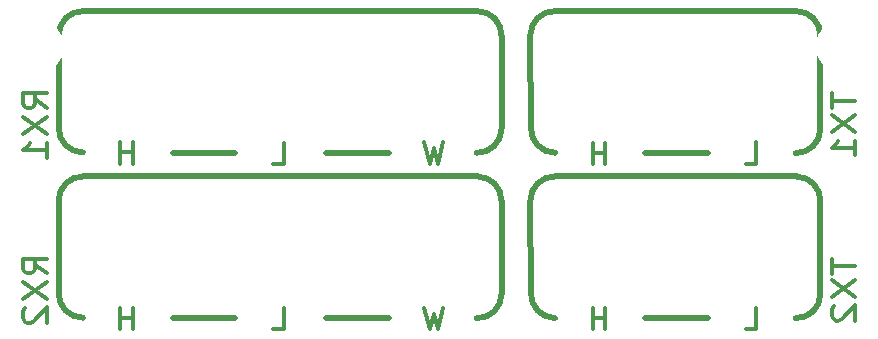
<source format=gbo>
G04 #@! TF.GenerationSoftware,KiCad,Pcbnew,(2017-06-07 revision 51bed4bae)-makepkg*
G04 #@! TF.CreationDate,2017-06-10T14:48:25+02:00*
G04 #@! TF.ProjectId,Front_Panel_76x35,46726F6E745F50616E656C5F37367833,rev?*
G04 #@! TF.FileFunction,Legend,Bot*
G04 #@! TF.FilePolarity,Positive*
%FSLAX46Y46*%
G04 Gerber Fmt 4.6, Leading zero omitted, Abs format (unit mm)*
G04 Created by KiCad (PCBNEW (2017-06-07 revision 51bed4bae)-makepkg) date 06/10/17 14:48:25*
%MOMM*%
%LPD*%
G01*
G04 APERTURE LIST*
%ADD10C,0.150000*%
%ADD11C,0.300000*%
%ADD12C,0.500000*%
%ADD13C,0.350000*%
%ADD14C,0.800000*%
%ADD15C,0.400000*%
%ADD16C,3.000000*%
%ADD17C,0.700000*%
%ADD18C,1.350000*%
%ADD19C,0.010000*%
G04 APERTURE END LIST*
D10*
D11*
X63892857Y-13944285D02*
X64750000Y-13944285D01*
X64750000Y-12144285D01*
D12*
X60650000Y-13030000D02*
X55350000Y-13030000D01*
D11*
X51964285Y-13959175D02*
X51964285Y-12159175D01*
X51964285Y-13016318D02*
X50935714Y-13016318D01*
X50935714Y-13959175D02*
X50935714Y-12159175D01*
D12*
X47740000Y-13020000D02*
G75*
G02X45690000Y-10919390I0J2050610D01*
G01*
X45640000Y-3120000D02*
X45690000Y-10919390D01*
X45639390Y-3080000D02*
G75*
G02X47740000Y-1030000I2050610J0D01*
G01*
X68250000Y-1030000D02*
X47750000Y-1030000D01*
X68150000Y-1030000D02*
G75*
G02X70200000Y-3130610I0J-2050610D01*
G01*
X70200000Y-11000000D02*
X70200000Y-3130610D01*
X70200000Y-11000000D02*
G75*
G02X68099390Y-13050000I-2050610J0D01*
G01*
D13*
X71154761Y-8006190D02*
X71154761Y-9263333D01*
X73154761Y-8634761D02*
X71154761Y-8634761D01*
X71154761Y-9787142D02*
X73154761Y-11253809D01*
X71154761Y-11253809D02*
X73154761Y-9787142D01*
X73154761Y-13244285D02*
X73154761Y-11987142D01*
X73154761Y-12615714D02*
X71154761Y-12615714D01*
X71440476Y-12406190D01*
X71630952Y-12196666D01*
X71726190Y-11987142D01*
D12*
X45639390Y-17080000D02*
G75*
G02X47740000Y-15030000I2050610J0D01*
G01*
X45640000Y-17120000D02*
X45690000Y-24919390D01*
X47740000Y-27020000D02*
G75*
G02X45690000Y-24919390I0J2050610D01*
G01*
X41150000Y-1030000D02*
G75*
G02X43200000Y-3130610I0J-2050610D01*
G01*
X43200000Y-10950000D02*
X43200000Y-3130610D01*
X43200000Y-10980000D02*
G75*
G02X41099390Y-13030000I-2050610J0D01*
G01*
D11*
X38221428Y-12144285D02*
X37792857Y-13944285D01*
X37450000Y-12658571D01*
X37107142Y-13944285D01*
X36678571Y-12144285D01*
D12*
X33650000Y-13030000D02*
X28350000Y-13030000D01*
D11*
X23892857Y-13959175D02*
X24750000Y-13959175D01*
X24750000Y-12159175D01*
D12*
X20650000Y-13030000D02*
X15350000Y-13030000D01*
D11*
X11964285Y-13944285D02*
X11964285Y-12144285D01*
X11964285Y-13001428D02*
X10935714Y-13001428D01*
X10935714Y-13944285D02*
X10935714Y-12144285D01*
D12*
X7756034Y-12994890D02*
G75*
G02X5706034Y-10894280I0J2050610D01*
G01*
X41250000Y-1030000D02*
X7800000Y-1030000D01*
X5699390Y-3080000D02*
G75*
G02X7800000Y-1030000I2050610J0D01*
G01*
X5706034Y-10894890D02*
X5706034Y-3044890D01*
D13*
X4684761Y-9245714D02*
X3732380Y-8512380D01*
X4684761Y-7988571D02*
X2684761Y-7988571D01*
X2684761Y-8826666D01*
X2780000Y-9036190D01*
X2875238Y-9140952D01*
X3065714Y-9245714D01*
X3351428Y-9245714D01*
X3541904Y-9140952D01*
X3637142Y-9036190D01*
X3732380Y-8826666D01*
X3732380Y-7988571D01*
X2684761Y-9979047D02*
X4684761Y-11445714D01*
X2684761Y-11445714D02*
X4684761Y-9979047D01*
X4684761Y-13436190D02*
X4684761Y-12179047D01*
X4684761Y-12807619D02*
X2684761Y-12807619D01*
X2970476Y-12598095D01*
X3160952Y-12388571D01*
X3256190Y-12179047D01*
D11*
X51964285Y-27959175D02*
X51964285Y-26159175D01*
X51964285Y-27016318D02*
X50935714Y-27016318D01*
X50935714Y-27959175D02*
X50935714Y-26159175D01*
X63892857Y-27944285D02*
X64750000Y-27944285D01*
X64750000Y-26144285D01*
D12*
X60650000Y-27030000D02*
X55350000Y-27030000D01*
X68250000Y-15030000D02*
X47750000Y-15030000D01*
X68150000Y-15030000D02*
G75*
G02X70200000Y-17130610I0J-2050610D01*
G01*
X70200000Y-25000000D02*
X70200000Y-17130610D01*
X70200000Y-24980000D02*
G75*
G02X68099390Y-27030000I-2050610J0D01*
G01*
D13*
X71154761Y-22006190D02*
X71154761Y-23263333D01*
X73154761Y-22634761D02*
X71154761Y-22634761D01*
X71154761Y-23787142D02*
X73154761Y-25253809D01*
X71154761Y-25253809D02*
X73154761Y-23787142D01*
X71345238Y-25987142D02*
X71250000Y-26091904D01*
X71154761Y-26301428D01*
X71154761Y-26825238D01*
X71250000Y-27034761D01*
X71345238Y-27139523D01*
X71535714Y-27244285D01*
X71726190Y-27244285D01*
X72011904Y-27139523D01*
X73154761Y-25882380D01*
X73154761Y-27244285D01*
D12*
X20650000Y-27030000D02*
X15350000Y-27030000D01*
D13*
X4684761Y-23245714D02*
X3732380Y-22512380D01*
X4684761Y-21988571D02*
X2684761Y-21988571D01*
X2684761Y-22826666D01*
X2780000Y-23036190D01*
X2875238Y-23140952D01*
X3065714Y-23245714D01*
X3351428Y-23245714D01*
X3541904Y-23140952D01*
X3637142Y-23036190D01*
X3732380Y-22826666D01*
X3732380Y-21988571D01*
X2684761Y-23979047D02*
X4684761Y-25445714D01*
X2684761Y-25445714D02*
X4684761Y-23979047D01*
X2875238Y-26179047D02*
X2780000Y-26283809D01*
X2684761Y-26493333D01*
X2684761Y-27017142D01*
X2780000Y-27226666D01*
X2875238Y-27331428D01*
X3065714Y-27436190D01*
X3256190Y-27436190D01*
X3541904Y-27331428D01*
X4684761Y-26074285D01*
X4684761Y-27436190D01*
D12*
X43200000Y-25000000D02*
X43200000Y-17130610D01*
X43200000Y-24980000D02*
G75*
G02X41099390Y-27030000I-2050610J0D01*
G01*
X41150000Y-15030000D02*
G75*
G02X43200000Y-17130610I0J-2050610D01*
G01*
X33650000Y-27030000D02*
X28350000Y-27030000D01*
X5706034Y-24894890D02*
X5706034Y-17044890D01*
X7756034Y-26994890D02*
G75*
G02X5706034Y-24894280I0J2050610D01*
G01*
X5699390Y-17080000D02*
G75*
G02X7800000Y-15030000I2050610J0D01*
G01*
X41250000Y-15030000D02*
X7800000Y-15030000D01*
D11*
X11964285Y-27944285D02*
X11964285Y-26144285D01*
X11964285Y-27001428D02*
X10935714Y-27001428D01*
X10935714Y-27944285D02*
X10935714Y-26144285D01*
X23892857Y-27959175D02*
X24750000Y-27959175D01*
X24750000Y-26159175D01*
X38221428Y-26144285D02*
X37792857Y-27944285D01*
X37450000Y-26658571D01*
X37107142Y-27944285D01*
X36678571Y-26144285D01*
%LPC*%
D14*
X73780000Y-4020000D02*
G75*
G03X73780000Y-4020000I-1800000J0D01*
G01*
X73760000Y-31100000D02*
G75*
G03X73760000Y-31100000I-1800000J0D01*
G01*
X5770000Y-31070000D02*
G75*
G03X5770000Y-31070000I-1800000J0D01*
G01*
X5780000Y-4030000D02*
G75*
G03X5780000Y-4030000I-1800000J0D01*
G01*
D15*
X23700000Y-32951428D02*
X24985714Y-32951428D01*
X24985714Y-30251428D01*
X22800000Y-32951428D02*
X22800000Y-31151428D01*
X22800000Y-30251428D02*
X22928571Y-30380000D01*
X22800000Y-30508571D01*
X22671428Y-30380000D01*
X22800000Y-30251428D01*
X22800000Y-30508571D01*
X21514285Y-32951428D02*
X21514285Y-31151428D01*
X21514285Y-31408571D02*
X21385714Y-31280000D01*
X21128571Y-31151428D01*
X20742857Y-31151428D01*
X20485714Y-31280000D01*
X20357142Y-31537142D01*
X20357142Y-32951428D01*
X20357142Y-31537142D02*
X20228571Y-31280000D01*
X19971428Y-31151428D01*
X19585714Y-31151428D01*
X19328571Y-31280000D01*
X19200000Y-31537142D01*
X19200000Y-32951428D01*
X16885714Y-32822857D02*
X17142857Y-32951428D01*
X17657142Y-32951428D01*
X17914285Y-32822857D01*
X18042857Y-32565714D01*
X18042857Y-31537142D01*
X17914285Y-31280000D01*
X17657142Y-31151428D01*
X17142857Y-31151428D01*
X16885714Y-31280000D01*
X16757142Y-31537142D01*
X16757142Y-31794285D01*
X18042857Y-32051428D01*
X15728571Y-32822857D02*
X15342857Y-32951428D01*
X14700000Y-32951428D01*
X14442857Y-32822857D01*
X14314285Y-32694285D01*
X14185714Y-32437142D01*
X14185714Y-32180000D01*
X14314285Y-31922857D01*
X14442857Y-31794285D01*
X14700000Y-31665714D01*
X15214285Y-31537142D01*
X15471428Y-31408571D01*
X15600000Y-31280000D01*
X15728571Y-31022857D01*
X15728571Y-30765714D01*
X15600000Y-30508571D01*
X15471428Y-30380000D01*
X15214285Y-30251428D01*
X14571428Y-30251428D01*
X14185714Y-30380000D01*
X13028571Y-32951428D02*
X13028571Y-30251428D01*
X12385714Y-30251428D01*
X12000000Y-30380000D01*
X11742857Y-30637142D01*
X11614285Y-30894285D01*
X11485714Y-31408571D01*
X11485714Y-31794285D01*
X11614285Y-32308571D01*
X11742857Y-32565714D01*
X12000000Y-32822857D01*
X12385714Y-32951428D01*
X13028571Y-32951428D01*
X8785714Y-32951428D02*
X9685714Y-31665714D01*
X10328571Y-32951428D02*
X10328571Y-30251428D01*
X9300000Y-30251428D01*
X9042857Y-30380000D01*
X8914285Y-30508571D01*
X8785714Y-30765714D01*
X8785714Y-31151428D01*
X8914285Y-31408571D01*
X9042857Y-31537142D01*
X9300000Y-31665714D01*
X10328571Y-31665714D01*
D16*
X67110000Y-20830000D02*
G75*
G03X67110000Y-20830000I-2660000J0D01*
G01*
D17*
X67380000Y-18990000D02*
X67380000Y-22680000D01*
D18*
X68280000Y-20830000D02*
G75*
G03X68280000Y-20830000I-3830000J0D01*
G01*
D16*
X54110000Y-20830000D02*
G75*
G03X54110000Y-20830000I-2660000J0D01*
G01*
D17*
X54380000Y-18990000D02*
X54380000Y-22680000D01*
D18*
X55280000Y-20830000D02*
G75*
G03X55280000Y-20830000I-3830000J0D01*
G01*
D16*
X67110000Y-6830000D02*
G75*
G03X67110000Y-6830000I-2660000J0D01*
G01*
D17*
X67380000Y-4990000D02*
X67380000Y-8680000D01*
D18*
X68280000Y-6830000D02*
G75*
G03X68280000Y-6830000I-3830000J0D01*
G01*
D16*
X54110000Y-6830000D02*
G75*
G03X54110000Y-6830000I-2660000J0D01*
G01*
D17*
X54380000Y-4990000D02*
X54380000Y-8680000D01*
D18*
X55280000Y-6830000D02*
G75*
G03X55280000Y-6830000I-3830000J0D01*
G01*
D16*
X40110000Y-20830000D02*
G75*
G03X40110000Y-20830000I-2660000J0D01*
G01*
D17*
X40380000Y-18990000D02*
X40380000Y-22680000D01*
D18*
X41280000Y-20830000D02*
G75*
G03X41280000Y-20830000I-3830000J0D01*
G01*
D16*
X27110000Y-20830000D02*
G75*
G03X27110000Y-20830000I-2660000J0D01*
G01*
D17*
X27380000Y-18990000D02*
X27380000Y-22680000D01*
D18*
X28280000Y-20830000D02*
G75*
G03X28280000Y-20830000I-3830000J0D01*
G01*
D16*
X14110000Y-20830000D02*
G75*
G03X14110000Y-20830000I-2660000J0D01*
G01*
D17*
X14380000Y-18990000D02*
X14380000Y-22680000D01*
D18*
X15280000Y-20830000D02*
G75*
G03X15280000Y-20830000I-3830000J0D01*
G01*
D16*
X40110000Y-6830000D02*
G75*
G03X40110000Y-6830000I-2660000J0D01*
G01*
D17*
X40380000Y-4990000D02*
X40380000Y-8680000D01*
D18*
X41280000Y-6830000D02*
G75*
G03X41280000Y-6830000I-3830000J0D01*
G01*
D16*
X27110000Y-6830000D02*
G75*
G03X27110000Y-6830000I-2660000J0D01*
G01*
D17*
X27380000Y-4990000D02*
X27380000Y-8680000D01*
D18*
X28280000Y-6830000D02*
G75*
G03X28280000Y-6830000I-3830000J0D01*
G01*
D16*
X14110000Y-6830000D02*
G75*
G03X14110000Y-6830000I-2660000J0D01*
G01*
D17*
X14380000Y-4990000D02*
X14380000Y-8680000D01*
D18*
X15280000Y-6830000D02*
G75*
G03X15280000Y-6830000I-3830000J0D01*
G01*
D19*
G36*
X31145957Y-29851803D02*
X31182519Y-29840339D01*
X31223131Y-29813087D01*
X31273568Y-29763382D01*
X31339601Y-29684559D01*
X31427003Y-29569953D01*
X31541546Y-29412899D01*
X31689005Y-29206732D01*
X31783381Y-29074000D01*
X31931494Y-28864601D01*
X32064803Y-28674391D01*
X32177766Y-28511415D01*
X32264847Y-28383718D01*
X32320505Y-28299345D01*
X32339230Y-28266643D01*
X32323027Y-28238978D01*
X32267141Y-28269355D01*
X32170790Y-28358314D01*
X32101192Y-28431408D01*
X31926978Y-28620519D01*
X31787731Y-28774222D01*
X31668508Y-28909793D01*
X31554369Y-29044512D01*
X31430375Y-29195656D01*
X31295232Y-29363469D01*
X31178321Y-29512737D01*
X31081011Y-29643491D01*
X31011030Y-29744825D01*
X30976107Y-29805831D01*
X30973823Y-29817041D01*
X31014691Y-29842225D01*
X31097791Y-29854021D01*
X31107674Y-29854143D01*
X31145957Y-29851803D01*
X31145957Y-29851803D01*
G37*
X31145957Y-29851803D02*
X31182519Y-29840339D01*
X31223131Y-29813087D01*
X31273568Y-29763382D01*
X31339601Y-29684559D01*
X31427003Y-29569953D01*
X31541546Y-29412899D01*
X31689005Y-29206732D01*
X31783381Y-29074000D01*
X31931494Y-28864601D01*
X32064803Y-28674391D01*
X32177766Y-28511415D01*
X32264847Y-28383718D01*
X32320505Y-28299345D01*
X32339230Y-28266643D01*
X32323027Y-28238978D01*
X32267141Y-28269355D01*
X32170790Y-28358314D01*
X32101192Y-28431408D01*
X31926978Y-28620519D01*
X31787731Y-28774222D01*
X31668508Y-28909793D01*
X31554369Y-29044512D01*
X31430375Y-29195656D01*
X31295232Y-29363469D01*
X31178321Y-29512737D01*
X31081011Y-29643491D01*
X31011030Y-29744825D01*
X30976107Y-29805831D01*
X30973823Y-29817041D01*
X31014691Y-29842225D01*
X31097791Y-29854021D01*
X31107674Y-29854143D01*
X31145957Y-29851803D01*
G36*
X27785172Y-34389694D02*
X27857384Y-34322919D01*
X27965945Y-34202521D01*
X28026146Y-34131859D01*
X28129211Y-34009805D01*
X28217202Y-33906189D01*
X28277972Y-33835287D01*
X28296340Y-33814359D01*
X28330475Y-33774224D01*
X28402683Y-33687588D01*
X28505009Y-33564054D01*
X28629495Y-33413228D01*
X28766425Y-33246857D01*
X28922094Y-33059781D01*
X29080581Y-32873377D01*
X29229016Y-32702500D01*
X29354530Y-32562006D01*
X29426514Y-32484857D01*
X29534962Y-32373779D01*
X29607087Y-32307379D01*
X29656785Y-32277947D01*
X29697954Y-32277775D01*
X29744490Y-32299153D01*
X29752897Y-32303800D01*
X29850329Y-32381291D01*
X29927679Y-32499770D01*
X29990506Y-32670244D01*
X30037073Y-32866382D01*
X30084191Y-33100134D01*
X30120038Y-33272144D01*
X30147402Y-33391868D01*
X30169069Y-33468762D01*
X30187828Y-33512280D01*
X30206466Y-33531877D01*
X30227769Y-33537010D01*
X30234807Y-33537143D01*
X30263057Y-33525044D01*
X30285580Y-33481138D01*
X30305379Y-33394012D01*
X30325457Y-33252254D01*
X30337869Y-33145400D01*
X30356189Y-32967522D01*
X30370769Y-32801043D01*
X30379748Y-32668659D01*
X30381706Y-32610185D01*
X30399496Y-32451541D01*
X30446577Y-32259854D01*
X30514279Y-32063938D01*
X30593934Y-31892602D01*
X30601806Y-31878655D01*
X30651120Y-31774665D01*
X30661278Y-31709628D01*
X30633943Y-31691943D01*
X30572151Y-31728844D01*
X30533678Y-31756945D01*
X30473660Y-31792034D01*
X30381743Y-31839373D01*
X30247576Y-31904224D01*
X30060805Y-31991847D01*
X29989380Y-32025026D01*
X29905765Y-32047455D01*
X29783452Y-32062362D01*
X29705088Y-32065689D01*
X29581891Y-32061922D01*
X29503706Y-32041518D01*
X29443346Y-31995181D01*
X29418396Y-31967642D01*
X29351383Y-31862326D01*
X29309922Y-31747990D01*
X29309655Y-31746593D01*
X29316234Y-31608693D01*
X29378774Y-31426959D01*
X29496466Y-31202759D01*
X29668500Y-30937464D01*
X29894064Y-30632443D01*
X30170850Y-30290850D01*
X30282211Y-30149019D01*
X30347021Y-30044949D01*
X30361882Y-29984140D01*
X30361288Y-29982422D01*
X30342360Y-29915342D01*
X30318945Y-29807586D01*
X30307255Y-29745285D01*
X30289001Y-29649920D01*
X30266478Y-29551412D01*
X30235228Y-29432727D01*
X30190797Y-29276833D01*
X30137007Y-29094507D01*
X30095442Y-29005250D01*
X30046329Y-28971313D01*
X30001017Y-29000480D01*
X30000681Y-29001019D01*
X29989599Y-29049958D01*
X29975979Y-29157145D01*
X29961311Y-29308368D01*
X29947083Y-29489416D01*
X29942541Y-29556292D01*
X29917831Y-29854708D01*
X29885053Y-30092042D01*
X29841185Y-30279610D01*
X29783206Y-30428725D01*
X29708094Y-30550703D01*
X29662130Y-30606202D01*
X29580324Y-30691693D01*
X29500316Y-30759428D01*
X29412079Y-30812031D01*
X29305586Y-30852125D01*
X29170810Y-30882334D01*
X28997724Y-30905282D01*
X28776301Y-30923592D01*
X28496515Y-30939887D01*
X28360896Y-30946678D01*
X28172554Y-30957520D01*
X28008784Y-30970071D01*
X27883957Y-30982997D01*
X27812445Y-30994961D01*
X27802891Y-30998535D01*
X27775433Y-31040468D01*
X27804762Y-31080967D01*
X27876467Y-31104541D01*
X27902860Y-31106000D01*
X28034312Y-31119364D01*
X28201882Y-31155273D01*
X28386577Y-31207455D01*
X28569403Y-31269637D01*
X28731367Y-31335546D01*
X28853477Y-31398909D01*
X28903069Y-31436344D01*
X28967101Y-31506602D01*
X28984765Y-31557974D01*
X28963417Y-31620366D01*
X28953264Y-31640381D01*
X28875868Y-31744987D01*
X28737260Y-31876838D01*
X28536069Y-32037094D01*
X28270922Y-32226912D01*
X28204227Y-32272512D01*
X28031436Y-32387910D01*
X27830284Y-32519226D01*
X27616088Y-32656757D01*
X27404164Y-32790801D01*
X27209828Y-32911653D01*
X27048397Y-33009612D01*
X26953955Y-33064571D01*
X26817267Y-33143554D01*
X26733796Y-33198605D01*
X26691989Y-33238526D01*
X26680292Y-33272116D01*
X26680286Y-33273012D01*
X26709725Y-33271419D01*
X26798467Y-33237177D01*
X26947143Y-33169975D01*
X27156386Y-33069506D01*
X27426829Y-32935461D01*
X27759104Y-32767529D01*
X28153845Y-32565403D01*
X28578711Y-32345874D01*
X28738284Y-32266595D01*
X28847576Y-32221668D01*
X28917990Y-32207218D01*
X28957552Y-32217067D01*
X29013188Y-32265402D01*
X29028142Y-32289427D01*
X29023477Y-32314066D01*
X28999531Y-32365533D01*
X28953891Y-32447684D01*
X28884141Y-32564374D01*
X28787866Y-32719457D01*
X28662653Y-32916790D01*
X28506085Y-33160228D01*
X28315748Y-33453625D01*
X28089228Y-33800836D01*
X27908225Y-34077385D01*
X27829562Y-34200779D01*
X27769105Y-34301953D01*
X27736061Y-34365219D01*
X27732571Y-34376742D01*
X27745004Y-34406437D01*
X27785172Y-34389694D01*
X27785172Y-34389694D01*
G37*
X27785172Y-34389694D02*
X27857384Y-34322919D01*
X27965945Y-34202521D01*
X28026146Y-34131859D01*
X28129211Y-34009805D01*
X28217202Y-33906189D01*
X28277972Y-33835287D01*
X28296340Y-33814359D01*
X28330475Y-33774224D01*
X28402683Y-33687588D01*
X28505009Y-33564054D01*
X28629495Y-33413228D01*
X28766425Y-33246857D01*
X28922094Y-33059781D01*
X29080581Y-32873377D01*
X29229016Y-32702500D01*
X29354530Y-32562006D01*
X29426514Y-32484857D01*
X29534962Y-32373779D01*
X29607087Y-32307379D01*
X29656785Y-32277947D01*
X29697954Y-32277775D01*
X29744490Y-32299153D01*
X29752897Y-32303800D01*
X29850329Y-32381291D01*
X29927679Y-32499770D01*
X29990506Y-32670244D01*
X30037073Y-32866382D01*
X30084191Y-33100134D01*
X30120038Y-33272144D01*
X30147402Y-33391868D01*
X30169069Y-33468762D01*
X30187828Y-33512280D01*
X30206466Y-33531877D01*
X30227769Y-33537010D01*
X30234807Y-33537143D01*
X30263057Y-33525044D01*
X30285580Y-33481138D01*
X30305379Y-33394012D01*
X30325457Y-33252254D01*
X30337869Y-33145400D01*
X30356189Y-32967522D01*
X30370769Y-32801043D01*
X30379748Y-32668659D01*
X30381706Y-32610185D01*
X30399496Y-32451541D01*
X30446577Y-32259854D01*
X30514279Y-32063938D01*
X30593934Y-31892602D01*
X30601806Y-31878655D01*
X30651120Y-31774665D01*
X30661278Y-31709628D01*
X30633943Y-31691943D01*
X30572151Y-31728844D01*
X30533678Y-31756945D01*
X30473660Y-31792034D01*
X30381743Y-31839373D01*
X30247576Y-31904224D01*
X30060805Y-31991847D01*
X29989380Y-32025026D01*
X29905765Y-32047455D01*
X29783452Y-32062362D01*
X29705088Y-32065689D01*
X29581891Y-32061922D01*
X29503706Y-32041518D01*
X29443346Y-31995181D01*
X29418396Y-31967642D01*
X29351383Y-31862326D01*
X29309922Y-31747990D01*
X29309655Y-31746593D01*
X29316234Y-31608693D01*
X29378774Y-31426959D01*
X29496466Y-31202759D01*
X29668500Y-30937464D01*
X29894064Y-30632443D01*
X30170850Y-30290850D01*
X30282211Y-30149019D01*
X30347021Y-30044949D01*
X30361882Y-29984140D01*
X30361288Y-29982422D01*
X30342360Y-29915342D01*
X30318945Y-29807586D01*
X30307255Y-29745285D01*
X30289001Y-29649920D01*
X30266478Y-29551412D01*
X30235228Y-29432727D01*
X30190797Y-29276833D01*
X30137007Y-29094507D01*
X30095442Y-29005250D01*
X30046329Y-28971313D01*
X30001017Y-29000480D01*
X30000681Y-29001019D01*
X29989599Y-29049958D01*
X29975979Y-29157145D01*
X29961311Y-29308368D01*
X29947083Y-29489416D01*
X29942541Y-29556292D01*
X29917831Y-29854708D01*
X29885053Y-30092042D01*
X29841185Y-30279610D01*
X29783206Y-30428725D01*
X29708094Y-30550703D01*
X29662130Y-30606202D01*
X29580324Y-30691693D01*
X29500316Y-30759428D01*
X29412079Y-30812031D01*
X29305586Y-30852125D01*
X29170810Y-30882334D01*
X28997724Y-30905282D01*
X28776301Y-30923592D01*
X28496515Y-30939887D01*
X28360896Y-30946678D01*
X28172554Y-30957520D01*
X28008784Y-30970071D01*
X27883957Y-30982997D01*
X27812445Y-30994961D01*
X27802891Y-30998535D01*
X27775433Y-31040468D01*
X27804762Y-31080967D01*
X27876467Y-31104541D01*
X27902860Y-31106000D01*
X28034312Y-31119364D01*
X28201882Y-31155273D01*
X28386577Y-31207455D01*
X28569403Y-31269637D01*
X28731367Y-31335546D01*
X28853477Y-31398909D01*
X28903069Y-31436344D01*
X28967101Y-31506602D01*
X28984765Y-31557974D01*
X28963417Y-31620366D01*
X28953264Y-31640381D01*
X28875868Y-31744987D01*
X28737260Y-31876838D01*
X28536069Y-32037094D01*
X28270922Y-32226912D01*
X28204227Y-32272512D01*
X28031436Y-32387910D01*
X27830284Y-32519226D01*
X27616088Y-32656757D01*
X27404164Y-32790801D01*
X27209828Y-32911653D01*
X27048397Y-33009612D01*
X26953955Y-33064571D01*
X26817267Y-33143554D01*
X26733796Y-33198605D01*
X26691989Y-33238526D01*
X26680292Y-33272116D01*
X26680286Y-33273012D01*
X26709725Y-33271419D01*
X26798467Y-33237177D01*
X26947143Y-33169975D01*
X27156386Y-33069506D01*
X27426829Y-32935461D01*
X27759104Y-32767529D01*
X28153845Y-32565403D01*
X28578711Y-32345874D01*
X28738284Y-32266595D01*
X28847576Y-32221668D01*
X28917990Y-32207218D01*
X28957552Y-32217067D01*
X29013188Y-32265402D01*
X29028142Y-32289427D01*
X29023477Y-32314066D01*
X28999531Y-32365533D01*
X28953891Y-32447684D01*
X28884141Y-32564374D01*
X28787866Y-32719457D01*
X28662653Y-32916790D01*
X28506085Y-33160228D01*
X28315748Y-33453625D01*
X28089228Y-33800836D01*
X27908225Y-34077385D01*
X27829562Y-34200779D01*
X27769105Y-34301953D01*
X27736061Y-34365219D01*
X27732571Y-34376742D01*
X27745004Y-34406437D01*
X27785172Y-34389694D01*
G36*
X31450785Y-30516541D02*
X31558718Y-30472415D01*
X31723376Y-30388605D01*
X31751346Y-30373570D01*
X31919914Y-30278669D01*
X32108867Y-30165924D01*
X32308649Y-30041740D01*
X32509702Y-29912520D01*
X32702469Y-29784669D01*
X32877394Y-29664591D01*
X33024919Y-29558692D01*
X33135487Y-29473376D01*
X33199542Y-29415048D01*
X33211714Y-29394912D01*
X33201720Y-29373335D01*
X33166309Y-29372355D01*
X33097338Y-29395089D01*
X32986665Y-29444652D01*
X32826148Y-29524162D01*
X32685571Y-29596303D01*
X32363983Y-29765298D01*
X32101631Y-29909547D01*
X31891407Y-30033703D01*
X31726198Y-30142421D01*
X31598894Y-30240356D01*
X31502384Y-30332164D01*
X31434777Y-30415079D01*
X31392069Y-30487446D01*
X31396320Y-30521409D01*
X31450785Y-30516541D01*
X31450785Y-30516541D01*
G37*
X31450785Y-30516541D02*
X31558718Y-30472415D01*
X31723376Y-30388605D01*
X31751346Y-30373570D01*
X31919914Y-30278669D01*
X32108867Y-30165924D01*
X32308649Y-30041740D01*
X32509702Y-29912520D01*
X32702469Y-29784669D01*
X32877394Y-29664591D01*
X33024919Y-29558692D01*
X33135487Y-29473376D01*
X33199542Y-29415048D01*
X33211714Y-29394912D01*
X33201720Y-29373335D01*
X33166309Y-29372355D01*
X33097338Y-29395089D01*
X32986665Y-29444652D01*
X32826148Y-29524162D01*
X32685571Y-29596303D01*
X32363983Y-29765298D01*
X32101631Y-29909547D01*
X31891407Y-30033703D01*
X31726198Y-30142421D01*
X31598894Y-30240356D01*
X31502384Y-30332164D01*
X31434777Y-30415079D01*
X31392069Y-30487446D01*
X31396320Y-30521409D01*
X31450785Y-30516541D01*
G36*
X30840127Y-31636382D02*
X30912546Y-31625702D01*
X31041529Y-31612481D01*
X31211176Y-31598132D01*
X31405588Y-31584070D01*
X31488143Y-31578753D01*
X31818250Y-31557392D01*
X32081246Y-31538267D01*
X32282535Y-31520816D01*
X32427524Y-31504481D01*
X32521618Y-31488699D01*
X32570223Y-31472909D01*
X32578722Y-31465609D01*
X32562294Y-31436998D01*
X32496555Y-31411996D01*
X32386683Y-31384462D01*
X32243800Y-31344739D01*
X32087226Y-31298690D01*
X31936277Y-31252173D01*
X31810272Y-31211050D01*
X31728528Y-31181181D01*
X31714450Y-31174735D01*
X31644770Y-31152858D01*
X31530855Y-31131156D01*
X31431409Y-31118176D01*
X31212347Y-31095280D01*
X31018377Y-31295543D01*
X30917921Y-31403983D01*
X30833926Y-31503156D01*
X30783106Y-31573221D01*
X30780402Y-31578030D01*
X30755092Y-31634533D01*
X30775600Y-31648591D01*
X30840127Y-31636382D01*
X30840127Y-31636382D01*
G37*
X30840127Y-31636382D02*
X30912546Y-31625702D01*
X31041529Y-31612481D01*
X31211176Y-31598132D01*
X31405588Y-31584070D01*
X31488143Y-31578753D01*
X31818250Y-31557392D01*
X32081246Y-31538267D01*
X32282535Y-31520816D01*
X32427524Y-31504481D01*
X32521618Y-31488699D01*
X32570223Y-31472909D01*
X32578722Y-31465609D01*
X32562294Y-31436998D01*
X32496555Y-31411996D01*
X32386683Y-31384462D01*
X32243800Y-31344739D01*
X32087226Y-31298690D01*
X31936277Y-31252173D01*
X31810272Y-31211050D01*
X31728528Y-31181181D01*
X31714450Y-31174735D01*
X31644770Y-31152858D01*
X31530855Y-31131156D01*
X31431409Y-31118176D01*
X31212347Y-31095280D01*
X31018377Y-31295543D01*
X30917921Y-31403983D01*
X30833926Y-31503156D01*
X30783106Y-31573221D01*
X30780402Y-31578030D01*
X30755092Y-31634533D01*
X30775600Y-31648591D01*
X30840127Y-31636382D01*
M02*

</source>
